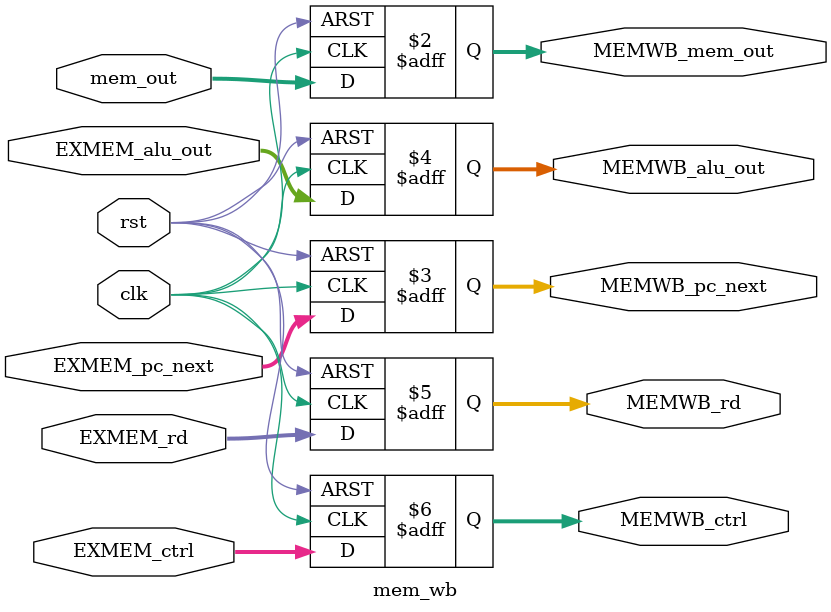
<source format=v>
`timescale 1ns / 1ps


module mem_wb(
    input             clk,
    input             rst,
    input      [31:0] mem_out,
    input      [31:0] EXMEM_pc_next,
    input      [31:0] EXMEM_alu_out,
    input      [4:0]  EXMEM_rd,
    input      [31:0] EXMEM_ctrl,
    output reg [31:0] MEMWB_mem_out,
    output reg [31:0] MEMWB_pc_next,
    output reg [31:0] MEMWB_alu_out,
    output reg [4:0]  MEMWB_rd,
    output reg [31:0] MEMWB_ctrl
);
    always @(posedge clk or posedge rst) begin
        if (rst) begin
            MEMWB_mem_out <= 32'h0;
            MEMWB_pc_next <= 32'h0;
            MEMWB_alu_out <= 32'h0;
            MEMWB_rd      <= 5'h0;
            MEMWB_ctrl    <= 32'h0;
        end
        else begin
            MEMWB_mem_out <= mem_out;
            MEMWB_pc_next <= EXMEM_pc_next;
            MEMWB_alu_out <= EXMEM_alu_out;
            MEMWB_rd      <= EXMEM_rd;
            MEMWB_ctrl    <= EXMEM_ctrl;
        end
    end
endmodule

</source>
